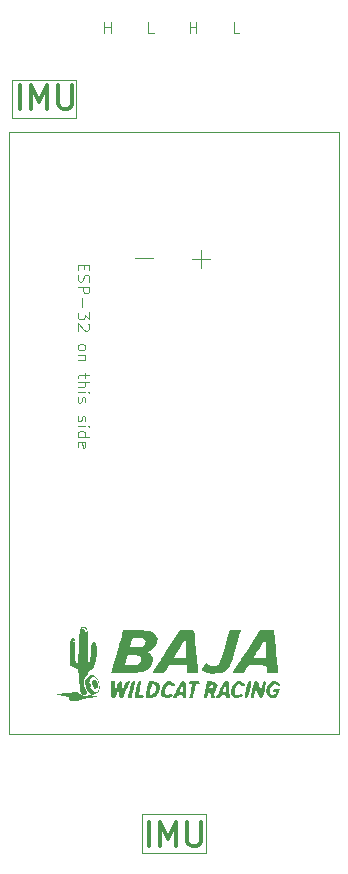
<source format=gbr>
%TF.GenerationSoftware,KiCad,Pcbnew,8.0.8-8.0.8-0~ubuntu24.04.1*%
%TF.CreationDate,2025-02-15T13:21:10-07:00*%
%TF.ProjectId,ESP32 IMU,45535033-3220-4494-9d55-2e6b69636164,rev?*%
%TF.SameCoordinates,Original*%
%TF.FileFunction,Legend,Top*%
%TF.FilePolarity,Positive*%
%FSLAX46Y46*%
G04 Gerber Fmt 4.6, Leading zero omitted, Abs format (unit mm)*
G04 Created by KiCad (PCBNEW 8.0.8-8.0.8-0~ubuntu24.04.1) date 2025-02-15 13:21:10*
%MOMM*%
%LPD*%
G01*
G04 APERTURE LIST*
%ADD10C,0.100000*%
%ADD11C,0.300000*%
%ADD12C,0.000000*%
G04 APERTURE END LIST*
D10*
X126794900Y-126750000D02*
X132205100Y-126750000D01*
X132205100Y-129975800D01*
X126794900Y-129975800D01*
X126794900Y-126750000D01*
X115794900Y-64524200D02*
X121205100Y-64524200D01*
X121205100Y-67750000D01*
X115794900Y-67750000D01*
X115794900Y-64524200D01*
X126215979Y-79636533D02*
X127739789Y-79636533D01*
X127780074Y-60622419D02*
X127303884Y-60622419D01*
X127303884Y-60622419D02*
X127303884Y-59622419D01*
X131041979Y-79738133D02*
X132565789Y-79738133D01*
X131803884Y-80500038D02*
X131803884Y-78976228D01*
X123553884Y-60622419D02*
X123553884Y-59622419D01*
X123553884Y-60098609D02*
X124125312Y-60098609D01*
X124125312Y-60622419D02*
X124125312Y-59622419D01*
X135030074Y-60622419D02*
X134553884Y-60622419D01*
X134553884Y-60622419D02*
X134553884Y-59622419D01*
X121851390Y-80203884D02*
X121851390Y-80537217D01*
X121327580Y-80680074D02*
X121327580Y-80203884D01*
X121327580Y-80203884D02*
X122327580Y-80203884D01*
X122327580Y-80203884D02*
X122327580Y-80680074D01*
X121375200Y-81061027D02*
X121327580Y-81203884D01*
X121327580Y-81203884D02*
X121327580Y-81441979D01*
X121327580Y-81441979D02*
X121375200Y-81537217D01*
X121375200Y-81537217D02*
X121422819Y-81584836D01*
X121422819Y-81584836D02*
X121518057Y-81632455D01*
X121518057Y-81632455D02*
X121613295Y-81632455D01*
X121613295Y-81632455D02*
X121708533Y-81584836D01*
X121708533Y-81584836D02*
X121756152Y-81537217D01*
X121756152Y-81537217D02*
X121803771Y-81441979D01*
X121803771Y-81441979D02*
X121851390Y-81251503D01*
X121851390Y-81251503D02*
X121899009Y-81156265D01*
X121899009Y-81156265D02*
X121946628Y-81108646D01*
X121946628Y-81108646D02*
X122041866Y-81061027D01*
X122041866Y-81061027D02*
X122137104Y-81061027D01*
X122137104Y-81061027D02*
X122232342Y-81108646D01*
X122232342Y-81108646D02*
X122279961Y-81156265D01*
X122279961Y-81156265D02*
X122327580Y-81251503D01*
X122327580Y-81251503D02*
X122327580Y-81489598D01*
X122327580Y-81489598D02*
X122279961Y-81632455D01*
X121327580Y-82061027D02*
X122327580Y-82061027D01*
X122327580Y-82061027D02*
X122327580Y-82441979D01*
X122327580Y-82441979D02*
X122279961Y-82537217D01*
X122279961Y-82537217D02*
X122232342Y-82584836D01*
X122232342Y-82584836D02*
X122137104Y-82632455D01*
X122137104Y-82632455D02*
X121994247Y-82632455D01*
X121994247Y-82632455D02*
X121899009Y-82584836D01*
X121899009Y-82584836D02*
X121851390Y-82537217D01*
X121851390Y-82537217D02*
X121803771Y-82441979D01*
X121803771Y-82441979D02*
X121803771Y-82061027D01*
X121708533Y-83061027D02*
X121708533Y-83822932D01*
X122327580Y-84203884D02*
X122327580Y-84822931D01*
X122327580Y-84822931D02*
X121946628Y-84489598D01*
X121946628Y-84489598D02*
X121946628Y-84632455D01*
X121946628Y-84632455D02*
X121899009Y-84727693D01*
X121899009Y-84727693D02*
X121851390Y-84775312D01*
X121851390Y-84775312D02*
X121756152Y-84822931D01*
X121756152Y-84822931D02*
X121518057Y-84822931D01*
X121518057Y-84822931D02*
X121422819Y-84775312D01*
X121422819Y-84775312D02*
X121375200Y-84727693D01*
X121375200Y-84727693D02*
X121327580Y-84632455D01*
X121327580Y-84632455D02*
X121327580Y-84346741D01*
X121327580Y-84346741D02*
X121375200Y-84251503D01*
X121375200Y-84251503D02*
X121422819Y-84203884D01*
X122232342Y-85203884D02*
X122279961Y-85251503D01*
X122279961Y-85251503D02*
X122327580Y-85346741D01*
X122327580Y-85346741D02*
X122327580Y-85584836D01*
X122327580Y-85584836D02*
X122279961Y-85680074D01*
X122279961Y-85680074D02*
X122232342Y-85727693D01*
X122232342Y-85727693D02*
X122137104Y-85775312D01*
X122137104Y-85775312D02*
X122041866Y-85775312D01*
X122041866Y-85775312D02*
X121899009Y-85727693D01*
X121899009Y-85727693D02*
X121327580Y-85156265D01*
X121327580Y-85156265D02*
X121327580Y-85775312D01*
X121327580Y-87108646D02*
X121375200Y-87013408D01*
X121375200Y-87013408D02*
X121422819Y-86965789D01*
X121422819Y-86965789D02*
X121518057Y-86918170D01*
X121518057Y-86918170D02*
X121803771Y-86918170D01*
X121803771Y-86918170D02*
X121899009Y-86965789D01*
X121899009Y-86965789D02*
X121946628Y-87013408D01*
X121946628Y-87013408D02*
X121994247Y-87108646D01*
X121994247Y-87108646D02*
X121994247Y-87251503D01*
X121994247Y-87251503D02*
X121946628Y-87346741D01*
X121946628Y-87346741D02*
X121899009Y-87394360D01*
X121899009Y-87394360D02*
X121803771Y-87441979D01*
X121803771Y-87441979D02*
X121518057Y-87441979D01*
X121518057Y-87441979D02*
X121422819Y-87394360D01*
X121422819Y-87394360D02*
X121375200Y-87346741D01*
X121375200Y-87346741D02*
X121327580Y-87251503D01*
X121327580Y-87251503D02*
X121327580Y-87108646D01*
X121994247Y-87870551D02*
X121327580Y-87870551D01*
X121899009Y-87870551D02*
X121946628Y-87918170D01*
X121946628Y-87918170D02*
X121994247Y-88013408D01*
X121994247Y-88013408D02*
X121994247Y-88156265D01*
X121994247Y-88156265D02*
X121946628Y-88251503D01*
X121946628Y-88251503D02*
X121851390Y-88299122D01*
X121851390Y-88299122D02*
X121327580Y-88299122D01*
X121994247Y-89394361D02*
X121994247Y-89775313D01*
X122327580Y-89537218D02*
X121470438Y-89537218D01*
X121470438Y-89537218D02*
X121375200Y-89584837D01*
X121375200Y-89584837D02*
X121327580Y-89680075D01*
X121327580Y-89680075D02*
X121327580Y-89775313D01*
X121327580Y-90108647D02*
X122327580Y-90108647D01*
X121327580Y-90537218D02*
X121851390Y-90537218D01*
X121851390Y-90537218D02*
X121946628Y-90489599D01*
X121946628Y-90489599D02*
X121994247Y-90394361D01*
X121994247Y-90394361D02*
X121994247Y-90251504D01*
X121994247Y-90251504D02*
X121946628Y-90156266D01*
X121946628Y-90156266D02*
X121899009Y-90108647D01*
X121327580Y-91013409D02*
X121994247Y-91013409D01*
X122327580Y-91013409D02*
X122279961Y-90965790D01*
X122279961Y-90965790D02*
X122232342Y-91013409D01*
X122232342Y-91013409D02*
X122279961Y-91061028D01*
X122279961Y-91061028D02*
X122327580Y-91013409D01*
X122327580Y-91013409D02*
X122232342Y-91013409D01*
X121375200Y-91441980D02*
X121327580Y-91537218D01*
X121327580Y-91537218D02*
X121327580Y-91727694D01*
X121327580Y-91727694D02*
X121375200Y-91822932D01*
X121375200Y-91822932D02*
X121470438Y-91870551D01*
X121470438Y-91870551D02*
X121518057Y-91870551D01*
X121518057Y-91870551D02*
X121613295Y-91822932D01*
X121613295Y-91822932D02*
X121660914Y-91727694D01*
X121660914Y-91727694D02*
X121660914Y-91584837D01*
X121660914Y-91584837D02*
X121708533Y-91489599D01*
X121708533Y-91489599D02*
X121803771Y-91441980D01*
X121803771Y-91441980D02*
X121851390Y-91441980D01*
X121851390Y-91441980D02*
X121946628Y-91489599D01*
X121946628Y-91489599D02*
X121994247Y-91584837D01*
X121994247Y-91584837D02*
X121994247Y-91727694D01*
X121994247Y-91727694D02*
X121946628Y-91822932D01*
X121375200Y-93013409D02*
X121327580Y-93108647D01*
X121327580Y-93108647D02*
X121327580Y-93299123D01*
X121327580Y-93299123D02*
X121375200Y-93394361D01*
X121375200Y-93394361D02*
X121470438Y-93441980D01*
X121470438Y-93441980D02*
X121518057Y-93441980D01*
X121518057Y-93441980D02*
X121613295Y-93394361D01*
X121613295Y-93394361D02*
X121660914Y-93299123D01*
X121660914Y-93299123D02*
X121660914Y-93156266D01*
X121660914Y-93156266D02*
X121708533Y-93061028D01*
X121708533Y-93061028D02*
X121803771Y-93013409D01*
X121803771Y-93013409D02*
X121851390Y-93013409D01*
X121851390Y-93013409D02*
X121946628Y-93061028D01*
X121946628Y-93061028D02*
X121994247Y-93156266D01*
X121994247Y-93156266D02*
X121994247Y-93299123D01*
X121994247Y-93299123D02*
X121946628Y-93394361D01*
X121327580Y-93870552D02*
X121994247Y-93870552D01*
X122327580Y-93870552D02*
X122279961Y-93822933D01*
X122279961Y-93822933D02*
X122232342Y-93870552D01*
X122232342Y-93870552D02*
X122279961Y-93918171D01*
X122279961Y-93918171D02*
X122327580Y-93870552D01*
X122327580Y-93870552D02*
X122232342Y-93870552D01*
X121327580Y-94775313D02*
X122327580Y-94775313D01*
X121375200Y-94775313D02*
X121327580Y-94680075D01*
X121327580Y-94680075D02*
X121327580Y-94489599D01*
X121327580Y-94489599D02*
X121375200Y-94394361D01*
X121375200Y-94394361D02*
X121422819Y-94346742D01*
X121422819Y-94346742D02*
X121518057Y-94299123D01*
X121518057Y-94299123D02*
X121803771Y-94299123D01*
X121803771Y-94299123D02*
X121899009Y-94346742D01*
X121899009Y-94346742D02*
X121946628Y-94394361D01*
X121946628Y-94394361D02*
X121994247Y-94489599D01*
X121994247Y-94489599D02*
X121994247Y-94680075D01*
X121994247Y-94680075D02*
X121946628Y-94775313D01*
X121375200Y-95632456D02*
X121327580Y-95537218D01*
X121327580Y-95537218D02*
X121327580Y-95346742D01*
X121327580Y-95346742D02*
X121375200Y-95251504D01*
X121375200Y-95251504D02*
X121470438Y-95203885D01*
X121470438Y-95203885D02*
X121851390Y-95203885D01*
X121851390Y-95203885D02*
X121946628Y-95251504D01*
X121946628Y-95251504D02*
X121994247Y-95346742D01*
X121994247Y-95346742D02*
X121994247Y-95537218D01*
X121994247Y-95537218D02*
X121946628Y-95632456D01*
X121946628Y-95632456D02*
X121851390Y-95680075D01*
X121851390Y-95680075D02*
X121756152Y-95680075D01*
X121756152Y-95680075D02*
X121660914Y-95203885D01*
D11*
X116468458Y-67013838D02*
X116468458Y-65013838D01*
X117420839Y-67013838D02*
X117420839Y-65013838D01*
X117420839Y-65013838D02*
X118087506Y-66442409D01*
X118087506Y-66442409D02*
X118754172Y-65013838D01*
X118754172Y-65013838D02*
X118754172Y-67013838D01*
X119706553Y-65013838D02*
X119706553Y-66632885D01*
X119706553Y-66632885D02*
X119801791Y-66823361D01*
X119801791Y-66823361D02*
X119897029Y-66918600D01*
X119897029Y-66918600D02*
X120087505Y-67013838D01*
X120087505Y-67013838D02*
X120468458Y-67013838D01*
X120468458Y-67013838D02*
X120658934Y-66918600D01*
X120658934Y-66918600D02*
X120754172Y-66823361D01*
X120754172Y-66823361D02*
X120849410Y-66632885D01*
X120849410Y-66632885D02*
X120849410Y-65013838D01*
D10*
X130803884Y-60622419D02*
X130803884Y-59622419D01*
X130803884Y-60098609D02*
X131375312Y-60098609D01*
X131375312Y-60622419D02*
X131375312Y-59622419D01*
D11*
X127379558Y-129410638D02*
X127379558Y-127410638D01*
X128331939Y-129410638D02*
X128331939Y-127410638D01*
X128331939Y-127410638D02*
X128998606Y-128839209D01*
X128998606Y-128839209D02*
X129665272Y-127410638D01*
X129665272Y-127410638D02*
X129665272Y-129410638D01*
X130617653Y-127410638D02*
X130617653Y-129029685D01*
X130617653Y-129029685D02*
X130712891Y-129220161D01*
X130712891Y-129220161D02*
X130808129Y-129315400D01*
X130808129Y-129315400D02*
X130998605Y-129410638D01*
X130998605Y-129410638D02*
X131379558Y-129410638D01*
X131379558Y-129410638D02*
X131570034Y-129315400D01*
X131570034Y-129315400D02*
X131665272Y-129220161D01*
X131665272Y-129220161D02*
X131760510Y-129029685D01*
X131760510Y-129029685D02*
X131760510Y-127410638D01*
D12*
%TO.C,G\u002A\u002A\u002A*%
G36*
X122849652Y-115386464D02*
G01*
X122952118Y-115527298D01*
X123018304Y-115710629D01*
X123027709Y-115894405D01*
X123021552Y-115925236D01*
X122947244Y-116061477D01*
X122836831Y-116089719D01*
X122715052Y-116013076D01*
X122624596Y-115875262D01*
X122560159Y-115666250D01*
X122565658Y-115485397D01*
X122634994Y-115363829D01*
X122731409Y-115330174D01*
X122849652Y-115386464D01*
G37*
G36*
X135957772Y-115460167D02*
G01*
X136000893Y-115483375D01*
X136016623Y-115546401D01*
X136004794Y-115669164D01*
X135965236Y-115871582D01*
X135897780Y-116173575D01*
X135880710Y-116248628D01*
X135811382Y-116539312D01*
X135755864Y-116727888D01*
X135704498Y-116836742D01*
X135647628Y-116888258D01*
X135598720Y-116902286D01*
X135487800Y-116887686D01*
X135460848Y-116840987D01*
X135473704Y-116747978D01*
X135508416Y-116561267D01*
X135559204Y-116310781D01*
X135602392Y-116108152D01*
X135668095Y-115816411D01*
X135719312Y-115627234D01*
X135765593Y-115518802D01*
X135816485Y-115469297D01*
X135881539Y-115456900D01*
X135887429Y-115456858D01*
X135957772Y-115460167D01*
G37*
G36*
X126177322Y-115477591D02*
G01*
X126191738Y-115553555D01*
X126187817Y-115567706D01*
X126160754Y-115672660D01*
X126116800Y-115859133D01*
X126063203Y-116094470D01*
X126007209Y-116346015D01*
X125956066Y-116581116D01*
X125917021Y-116767117D01*
X125897322Y-116871364D01*
X125896260Y-116881374D01*
X125841788Y-116905475D01*
X125733637Y-116913716D01*
X125616641Y-116893443D01*
X125598012Y-116819312D01*
X125602080Y-116802868D01*
X125628619Y-116695621D01*
X125674686Y-116497498D01*
X125732705Y-116241373D01*
X125769902Y-116074439D01*
X125834346Y-115792866D01*
X125884311Y-115612884D01*
X125930543Y-115511936D01*
X125983785Y-115467465D01*
X126054783Y-115456916D01*
X126064082Y-115456858D01*
X126177322Y-115477591D01*
G37*
G36*
X126653362Y-115462554D02*
G01*
X126696825Y-115494190D01*
X126707361Y-115573590D01*
X126685737Y-115722575D01*
X126632717Y-115962970D01*
X126598979Y-116106110D01*
X126482584Y-116597007D01*
X126696155Y-116597007D01*
X126842541Y-116609929D01*
X126900974Y-116667304D01*
X126909726Y-116755361D01*
X126901679Y-116843123D01*
X126857707Y-116890506D01*
X126748062Y-116909904D01*
X126542997Y-116913712D01*
X126529676Y-116913716D01*
X126287307Y-116901845D01*
X126166002Y-116865773D01*
X126149626Y-116836581D01*
X126162463Y-116745507D01*
X126197129Y-116560476D01*
X126247856Y-116311170D01*
X126291170Y-116108152D01*
X126356873Y-115816411D01*
X126408090Y-115627234D01*
X126454371Y-115518802D01*
X126505263Y-115469297D01*
X126570317Y-115456900D01*
X126576207Y-115456858D01*
X126653362Y-115462554D01*
G37*
G36*
X129355407Y-115513633D02*
G01*
X129443392Y-115583541D01*
X129547560Y-115735184D01*
X129550654Y-115849614D01*
X129474880Y-115902403D01*
X129342443Y-115869121D01*
X129247058Y-115799528D01*
X129098141Y-115727697D01*
X128954755Y-115776957D01*
X128827040Y-115941798D01*
X128776174Y-116055366D01*
X128715237Y-116300847D01*
X128729779Y-116490533D01*
X128809125Y-116607390D01*
X128942601Y-116634384D01*
X129098129Y-116569119D01*
X129211454Y-116509435D01*
X129284349Y-116531512D01*
X129324681Y-116574942D01*
X129368261Y-116659187D01*
X129322552Y-116739776D01*
X129260131Y-116794292D01*
X129049326Y-116894385D01*
X128813944Y-116900905D01*
X128604556Y-116814512D01*
X128569319Y-116785279D01*
X128428107Y-116593057D01*
X128386300Y-116358739D01*
X128430330Y-116088771D01*
X128547546Y-115816995D01*
X128721576Y-115612165D01*
X128929506Y-115485709D01*
X129148421Y-115449056D01*
X129355407Y-115513633D01*
G37*
G36*
X131455012Y-115460389D02*
G01*
X131586365Y-115476268D01*
X131645695Y-115512426D01*
X131660296Y-115576793D01*
X131660350Y-115583541D01*
X131622098Y-115683843D01*
X131506264Y-115710224D01*
X131432972Y-115713375D01*
X131379725Y-115736870D01*
X131336976Y-115801777D01*
X131295178Y-115929164D01*
X131244782Y-116140095D01*
X131183314Y-116422818D01*
X131126885Y-116669055D01*
X131079861Y-116815891D01*
X131028931Y-116888555D01*
X130960786Y-116912278D01*
X130924355Y-116913716D01*
X130813600Y-116893279D01*
X130796567Y-116808646D01*
X130803985Y-116771197D01*
X130894675Y-116375710D01*
X130959176Y-116089808D01*
X131000488Y-115899800D01*
X131021610Y-115791995D01*
X131025997Y-115757730D01*
X130972666Y-115721517D01*
X130874509Y-115710224D01*
X130764316Y-115689117D01*
X130749775Y-115606875D01*
X130755213Y-115583541D01*
X130787817Y-115515898D01*
X130860819Y-115477535D01*
X131003640Y-115460508D01*
X131224346Y-115456858D01*
X131455012Y-115460389D01*
G37*
G36*
X135205096Y-115492300D02*
G01*
X135356917Y-115579925D01*
X135468548Y-115691676D01*
X135506446Y-115799500D01*
X135495417Y-115832218D01*
X135396028Y-115894352D01*
X135269040Y-115882874D01*
X135184576Y-115805237D01*
X135100219Y-115717430D01*
X134974280Y-115724556D01*
X134838520Y-115818257D01*
X134763396Y-115916085D01*
X134670025Y-116135006D01*
X134641540Y-116353717D01*
X134680018Y-116530775D01*
X134729380Y-116594485D01*
X134842465Y-116634712D01*
X134973941Y-116621813D01*
X135066737Y-116566721D01*
X135080798Y-116527169D01*
X135125728Y-116501538D01*
X135205123Y-116532403D01*
X135293289Y-116624702D01*
X135264332Y-116730865D01*
X135123867Y-116833372D01*
X135106004Y-116841794D01*
X134839435Y-116909628D01*
X134606387Y-116856038D01*
X134476174Y-116758241D01*
X134350908Y-116552172D01*
X134319253Y-116305500D01*
X134368684Y-116046792D01*
X134486681Y-115804615D01*
X134660720Y-115607537D01*
X134878280Y-115484126D01*
X135046628Y-115456858D01*
X135205096Y-115492300D01*
G37*
G36*
X127975056Y-115501421D02*
G01*
X128177429Y-115632283D01*
X128285523Y-115845199D01*
X128303144Y-116008218D01*
X128247337Y-116342767D01*
X128089807Y-116612710D01*
X127844941Y-116804103D01*
X127527127Y-116902999D01*
X127368953Y-116913617D01*
X127193751Y-116902678D01*
X127114195Y-116861540D01*
X127099392Y-116802868D01*
X127112518Y-116695842D01*
X127144865Y-116516204D01*
X127433913Y-116516204D01*
X127444479Y-116587209D01*
X127529849Y-116603361D01*
X127654426Y-116571932D01*
X127782609Y-116500198D01*
X127855253Y-116430111D01*
X127954477Y-116240956D01*
X127985750Y-116039455D01*
X127948515Y-115867257D01*
X127864015Y-115775794D01*
X127736988Y-115722621D01*
X127653865Y-115741367D01*
X127595221Y-115849848D01*
X127541636Y-116065878D01*
X127540193Y-116072813D01*
X127494047Y-116283908D01*
X127453644Y-116449647D01*
X127433913Y-116516204D01*
X127144865Y-116516204D01*
X127148116Y-116498149D01*
X127200022Y-116242524D01*
X127236546Y-116074439D01*
X127374058Y-115456858D01*
X127683175Y-115456858D01*
X127975056Y-115501421D01*
G37*
G36*
X121345947Y-116402296D02*
G01*
X121418434Y-116422053D01*
X121445154Y-116453547D01*
X121518528Y-116533546D01*
X121663031Y-116631410D01*
X121723672Y-116664410D01*
X121885997Y-116739091D01*
X121990873Y-116753137D01*
X122089953Y-116710302D01*
X122117041Y-116693004D01*
X122255371Y-116631889D01*
X122407855Y-116647756D01*
X122466389Y-116666556D01*
X122659112Y-116704340D01*
X122831507Y-116695843D01*
X122950525Y-116683125D01*
X122969132Y-116732256D01*
X122903991Y-116761441D01*
X122737934Y-116806111D01*
X122495119Y-116861618D01*
X122199703Y-116923312D01*
X121875844Y-116986546D01*
X121547700Y-117046670D01*
X121239427Y-117099035D01*
X120975184Y-117138994D01*
X120779128Y-117161897D01*
X120718080Y-117165433D01*
X120660116Y-117111051D01*
X120638903Y-116981548D01*
X120630182Y-116875834D01*
X120584171Y-116811557D01*
X120471100Y-116767868D01*
X120274689Y-116726489D01*
X120036477Y-116677714D01*
X119819257Y-116627779D01*
X119720449Y-116601781D01*
X119530424Y-116546598D01*
X119720449Y-116536449D01*
X119858300Y-116525849D01*
X120088728Y-116504754D01*
X120378367Y-116476328D01*
X120661407Y-116447166D01*
X120987874Y-116415019D01*
X121209240Y-116400007D01*
X121345947Y-116402296D01*
G37*
G36*
X138207495Y-115492935D02*
G01*
X138375410Y-115583063D01*
X138483010Y-115700087D01*
X138501247Y-115766789D01*
X138451670Y-115843228D01*
X138337711Y-115864441D01*
X138211533Y-115824864D01*
X138179918Y-115801055D01*
X138028503Y-115730662D01*
X137877139Y-115779111D01*
X137742338Y-115939636D01*
X137715589Y-115991327D01*
X137639537Y-116221473D01*
X137630229Y-116422378D01*
X137676953Y-116574111D01*
X137768995Y-116656737D01*
X137895641Y-116650323D01*
X138021661Y-116560812D01*
X138111341Y-116437080D01*
X138088575Y-116362850D01*
X137989870Y-116343641D01*
X137888897Y-116309520D01*
X137879568Y-116232793D01*
X137943683Y-116161780D01*
X138075882Y-116112808D01*
X138231617Y-116091225D01*
X138366340Y-116102378D01*
X138435500Y-116151615D01*
X138437552Y-116165809D01*
X138405842Y-116372543D01*
X138327210Y-116589370D01*
X138224056Y-116762192D01*
X138167983Y-116816836D01*
X137961031Y-116899870D01*
X137731289Y-116901880D01*
X137533045Y-116825121D01*
X137489392Y-116788643D01*
X137357929Y-116577212D01*
X137318562Y-116324919D01*
X137359741Y-116060680D01*
X137469916Y-115813412D01*
X137637538Y-115612034D01*
X137851057Y-115485463D01*
X138021312Y-115456858D01*
X138207495Y-115492935D01*
G37*
G36*
X134020255Y-115461094D02*
G01*
X134075902Y-115490704D01*
X134109440Y-115571035D01*
X134131580Y-115727438D01*
X134152577Y-115979426D01*
X134179115Y-116342223D01*
X134191882Y-116597467D01*
X134189332Y-116763698D01*
X134169920Y-116859457D01*
X134132102Y-116903283D01*
X134074720Y-116913716D01*
X133963260Y-116860216D01*
X133922296Y-116787032D01*
X133860142Y-116693914D01*
X133718542Y-116661192D01*
X133676778Y-116660349D01*
X133476818Y-116701378D01*
X133385274Y-116787032D01*
X133299995Y-116863591D01*
X133184156Y-116911837D01*
X133086407Y-116917976D01*
X133053866Y-116880990D01*
X133080670Y-116814998D01*
X133153762Y-116658936D01*
X133262158Y-116435732D01*
X133304179Y-116351063D01*
X133636469Y-116351063D01*
X133699482Y-116402436D01*
X133750624Y-116406982D01*
X133827915Y-116389735D01*
X133864952Y-116316822D01*
X133874827Y-116156490D01*
X133874652Y-116106110D01*
X133871997Y-115805237D01*
X133750624Y-116026932D01*
X133653516Y-116230771D01*
X133636469Y-116351063D01*
X133304179Y-116351063D01*
X133394876Y-116168316D01*
X133402774Y-116152561D01*
X133551753Y-115859899D01*
X133660391Y-115662891D01*
X133742897Y-115542850D01*
X133813479Y-115481094D01*
X133886344Y-115458936D01*
X133931790Y-115456858D01*
X134020255Y-115461094D01*
G37*
G36*
X134898150Y-111151721D02*
G01*
X135065337Y-111157262D01*
X135142270Y-111165129D01*
X135144140Y-111166644D01*
X135127466Y-111229681D01*
X135080685Y-111397311D01*
X135008653Y-111652368D01*
X134916231Y-111977683D01*
X134808276Y-112356089D01*
X134738362Y-112600451D01*
X134582521Y-113132819D01*
X134448838Y-113557019D01*
X134329880Y-113888063D01*
X134218217Y-114140961D01*
X134106415Y-114330724D01*
X133987042Y-114472365D01*
X133852667Y-114580894D01*
X133718953Y-114659446D01*
X133456025Y-114750201D01*
X133117854Y-114802140D01*
X132750230Y-114813864D01*
X132398940Y-114783978D01*
X132109773Y-114711085D01*
X132103741Y-114708702D01*
X131916407Y-114615394D01*
X131838881Y-114514133D01*
X131866817Y-114380738D01*
X131995866Y-114191029D01*
X132007933Y-114175820D01*
X132181857Y-113957847D01*
X132412001Y-114077931D01*
X132687388Y-114164257D01*
X132965738Y-114154053D01*
X133207034Y-114051420D01*
X133280828Y-113988895D01*
X133370625Y-113847107D01*
X133478204Y-113585965D01*
X133604411Y-113203245D01*
X133686906Y-112923192D01*
X133791264Y-112557909D01*
X133895130Y-112195829D01*
X133988072Y-111873224D01*
X134059658Y-111626365D01*
X134074036Y-111577182D01*
X134199380Y-111149626D01*
X134671760Y-111149626D01*
X134898150Y-111151721D01*
G37*
G36*
X132894099Y-115498215D02*
G01*
X133083145Y-115610966D01*
X133173425Y-115778130D01*
X133155549Y-115982728D01*
X133026619Y-116200148D01*
X132925582Y-116350187D01*
X132896407Y-116505876D01*
X132908276Y-116648399D01*
X132924104Y-116815560D01*
X132902887Y-116892472D01*
X132831572Y-116913277D01*
X132806851Y-116913716D01*
X132716757Y-116902912D01*
X132660095Y-116849956D01*
X132616109Y-116724027D01*
X132582887Y-116581172D01*
X132524409Y-116439744D01*
X132449901Y-116413998D01*
X132378440Y-116497896D01*
X132332784Y-116660349D01*
X132287711Y-116834899D01*
X132217174Y-116907642D01*
X132176891Y-116913716D01*
X132059293Y-116895195D01*
X132023650Y-116875852D01*
X132003638Y-116788899D01*
X132008833Y-116765004D01*
X132031644Y-116674952D01*
X132074387Y-116491645D01*
X132130025Y-116245607D01*
X132168023Y-116074439D01*
X132188040Y-115983634D01*
X132484761Y-115983634D01*
X132514568Y-116066056D01*
X132626184Y-116081717D01*
X132657980Y-116078646D01*
X132788545Y-116038213D01*
X132831059Y-115935394D01*
X132832170Y-115901117D01*
X132789799Y-115761824D01*
X132713077Y-115720695D01*
X132579793Y-115748595D01*
X132499208Y-115875276D01*
X132484761Y-115983634D01*
X132188040Y-115983634D01*
X132304165Y-115456858D01*
X132615674Y-115456858D01*
X132894099Y-115498215D01*
G37*
G36*
X136519941Y-115473388D02*
G01*
X136583573Y-115540112D01*
X136644939Y-115682729D01*
X136707912Y-115884414D01*
X136833036Y-116311970D01*
X136926971Y-115900249D01*
X136986169Y-115671561D01*
X137042690Y-115540953D01*
X137111274Y-115481026D01*
X137159331Y-115468288D01*
X137233310Y-115466029D01*
X137276722Y-115497477D01*
X137289397Y-115580839D01*
X137271162Y-115734318D01*
X137221847Y-115976121D01*
X137151692Y-116280299D01*
X137081666Y-116562673D01*
X137025217Y-116743494D01*
X136972052Y-116845621D01*
X136911875Y-116891914D01*
X136871774Y-116901901D01*
X136789399Y-116896721D01*
X136728109Y-116835418D01*
X136669708Y-116692006D01*
X136627850Y-116553521D01*
X136551761Y-116300162D01*
X136496906Y-116166361D01*
X136452837Y-116149017D01*
X136409105Y-116245031D01*
X136355263Y-116451303D01*
X136350502Y-116471231D01*
X136289471Y-116698643D01*
X136232101Y-116828492D01*
X136162959Y-116888447D01*
X136110100Y-116902286D01*
X135999437Y-116904345D01*
X135967581Y-116885780D01*
X135980669Y-116808443D01*
X136015105Y-116640410D01*
X136063653Y-116414399D01*
X136119075Y-116163129D01*
X136174135Y-115919319D01*
X136221594Y-115715687D01*
X136254215Y-115584953D01*
X136259139Y-115567706D01*
X136343921Y-115477923D01*
X136437807Y-115456858D01*
X136519941Y-115473388D01*
G37*
G36*
X130354643Y-115461107D02*
G01*
X130408252Y-115490275D01*
X130441187Y-115568989D01*
X130463014Y-115721880D01*
X130483299Y-115973576D01*
X130486048Y-116011097D01*
X130506080Y-116283217D01*
X130523968Y-116523392D01*
X130536689Y-116691114D01*
X130539240Y-116723691D01*
X130519935Y-116850691D01*
X130416230Y-116901256D01*
X130409352Y-116902286D01*
X130297774Y-116890286D01*
X130266836Y-116792935D01*
X130266833Y-116791438D01*
X130246616Y-116705406D01*
X130163362Y-116667712D01*
X130017735Y-116660349D01*
X129841299Y-116676609D01*
X129751921Y-116736097D01*
X129728429Y-116787032D01*
X129635414Y-116893488D01*
X129534136Y-116913716D01*
X129417047Y-116899876D01*
X129380050Y-116874370D01*
X129407659Y-116806122D01*
X129482929Y-116648830D01*
X129594523Y-116425558D01*
X129619647Y-116376593D01*
X129950125Y-116376593D01*
X130000272Y-116404116D01*
X130106475Y-116403165D01*
X130202375Y-116377878D01*
X130224602Y-116359476D01*
X130233043Y-116271944D01*
X130218910Y-116112313D01*
X130210704Y-116058603D01*
X130168219Y-115805237D01*
X130059172Y-116075721D01*
X129994139Y-116243066D01*
X129955129Y-116355100D01*
X129950125Y-116376593D01*
X129619647Y-116376593D01*
X129731106Y-116159368D01*
X129738079Y-116145941D01*
X129891775Y-115854899D01*
X130004062Y-115659122D01*
X130089247Y-115540101D01*
X130161639Y-115479327D01*
X130235547Y-115458294D01*
X130270797Y-115456858D01*
X130354643Y-115461107D01*
G37*
G36*
X122803441Y-115064439D02*
G01*
X122867941Y-115124314D01*
X123042033Y-115342816D01*
X123148656Y-115543801D01*
X123172569Y-115656140D01*
X123147997Y-115652915D01*
X123084904Y-115557717D01*
X123030050Y-115455688D01*
X122882489Y-115234224D01*
X122731488Y-115139083D01*
X122578950Y-115147257D01*
X122452654Y-115220507D01*
X122393586Y-115328987D01*
X122399640Y-115380724D01*
X122377792Y-115478800D01*
X122309566Y-115555069D01*
X122240647Y-115616623D01*
X122276105Y-115617452D01*
X122293297Y-115611785D01*
X122380295Y-115633497D01*
X122438207Y-115730203D01*
X122448020Y-115850616D01*
X122410395Y-115927660D01*
X122351944Y-116022723D01*
X122405180Y-116066970D01*
X122455588Y-116067401D01*
X122555616Y-116115999D01*
X122607628Y-116216957D01*
X122643056Y-116311557D01*
X122661536Y-116311970D01*
X122698556Y-116305729D01*
X122762863Y-116371583D01*
X122831384Y-116437605D01*
X122855861Y-116419089D01*
X122906817Y-116351865D01*
X122948956Y-116343641D01*
X123025520Y-116286062D01*
X123107383Y-116132102D01*
X123139927Y-116042768D01*
X123237803Y-115741895D01*
X123210378Y-116017323D01*
X123134779Y-116290842D01*
X122985184Y-116484979D01*
X122784895Y-116589105D01*
X122557215Y-116592591D01*
X122325446Y-116484809D01*
X122274955Y-116443995D01*
X122113289Y-116233518D01*
X121998064Y-115952264D01*
X121947388Y-115652928D01*
X121952723Y-115506297D01*
X122033142Y-115251405D01*
X122184428Y-115068919D01*
X122380577Y-114969694D01*
X122595583Y-114964583D01*
X122803441Y-115064439D01*
G37*
G36*
X138113508Y-112685661D02*
G01*
X138155530Y-113129912D01*
X138195737Y-113546652D01*
X138232009Y-113914537D01*
X138262223Y-114212219D01*
X138284259Y-114418353D01*
X138292894Y-114490898D01*
X138328442Y-114760100D01*
X137844770Y-114760100D01*
X137361098Y-114760100D01*
X137361098Y-114543584D01*
X137357564Y-114372839D01*
X137333367Y-114256555D01*
X137268106Y-114184323D01*
X137141385Y-114145731D01*
X136932805Y-114130370D01*
X136621970Y-114127828D01*
X136546715Y-114127940D01*
X135809227Y-114129197D01*
X135621947Y-114444648D01*
X135434666Y-114760100D01*
X134941024Y-114760100D01*
X134709061Y-114756339D01*
X134535620Y-114746364D01*
X134451072Y-114732135D01*
X134447382Y-114728244D01*
X134481254Y-114669866D01*
X134577441Y-114518640D01*
X134727800Y-114287001D01*
X134924191Y-113987385D01*
X135158469Y-113632226D01*
X135283491Y-113443637D01*
X136231505Y-113443637D01*
X136280068Y-113465880D01*
X136427833Y-113482967D01*
X136647341Y-113492292D01*
X136754074Y-113493267D01*
X137297756Y-113493267D01*
X137289888Y-113097381D01*
X137278865Y-112806595D01*
X137258843Y-112478312D01*
X137242382Y-112275399D01*
X137202744Y-111849302D01*
X136727681Y-112621655D01*
X136556261Y-112901367D01*
X136409305Y-113143086D01*
X136299323Y-113326089D01*
X136238823Y-113429652D01*
X136231505Y-113443637D01*
X135283491Y-113443637D01*
X135422494Y-113233960D01*
X135629432Y-112923007D01*
X136811483Y-111149626D01*
X137390577Y-111149626D01*
X137969670Y-111149626D01*
X138113508Y-112685661D01*
G37*
G36*
X124471073Y-115900249D02*
G01*
X124453413Y-116118165D01*
X124448645Y-116276389D01*
X124457630Y-116343195D01*
X124459047Y-116343641D01*
X124495967Y-116289190D01*
X124563962Y-116145188D01*
X124649517Y-115940661D01*
X124665507Y-115900249D01*
X124772812Y-115652049D01*
X124861172Y-115510218D01*
X124941557Y-115458024D01*
X124956142Y-115456858D01*
X125017055Y-115471561D01*
X125052783Y-115533105D01*
X125070160Y-115667645D01*
X125076019Y-115901333D01*
X125076133Y-115916085D01*
X125079447Y-116375312D01*
X125258563Y-115931920D01*
X125359143Y-115698504D01*
X125439658Y-115560187D01*
X125519042Y-115491538D01*
X125603627Y-115468486D01*
X125725830Y-115463558D01*
X125769576Y-115478675D01*
X125745016Y-115544866D01*
X125678162Y-115702644D01*
X125579254Y-115928320D01*
X125459761Y-116195476D01*
X125322822Y-116492022D01*
X125221326Y-116690145D01*
X125142694Y-116808649D01*
X125074347Y-116866341D01*
X125003708Y-116882025D01*
X125000534Y-116882045D01*
X124919881Y-116874069D01*
X124876358Y-116830947D01*
X124860151Y-116723882D01*
X124861445Y-116524080D01*
X124862732Y-116477717D01*
X124863452Y-116260122D01*
X124846317Y-116156251D01*
X124805976Y-116167768D01*
X124737077Y-116296338D01*
X124634270Y-116543624D01*
X124631947Y-116549501D01*
X124541583Y-116756742D01*
X124464834Y-116868338D01*
X124380514Y-116910452D01*
X124337033Y-116913716D01*
X124272295Y-116909846D01*
X124229346Y-116883861D01*
X124203717Y-116814192D01*
X124190935Y-116679271D01*
X124186531Y-116457532D01*
X124186035Y-116185287D01*
X124186035Y-115456858D01*
X124350818Y-115456858D01*
X124515601Y-115456858D01*
X124471073Y-115900249D01*
G37*
G36*
X130901583Y-111151158D02*
G01*
X131074980Y-111159593D01*
X131169565Y-111180684D01*
X131209274Y-111220187D01*
X131218040Y-111283857D01*
X131218139Y-111292144D01*
X131224665Y-111393167D01*
X131242370Y-111601067D01*
X131269472Y-111896701D01*
X131304188Y-112260927D01*
X131344735Y-112674603D01*
X131375954Y-112986533D01*
X131419428Y-113421410D01*
X131458310Y-113818321D01*
X131490838Y-114158610D01*
X131515248Y-114423623D01*
X131529776Y-114594704D01*
X131533127Y-114649252D01*
X131517342Y-114706428D01*
X131452378Y-114740009D01*
X131312856Y-114755921D01*
X131073398Y-114760093D01*
X131058604Y-114760100D01*
X130583542Y-114760100D01*
X130583542Y-114443391D01*
X130583542Y-114126683D01*
X129820825Y-114126683D01*
X129058109Y-114126683D01*
X128861233Y-114443391D01*
X128664356Y-114760100D01*
X128167091Y-114760100D01*
X127934190Y-114756365D01*
X127759699Y-114746455D01*
X127673881Y-114732307D01*
X127669826Y-114728244D01*
X127703698Y-114669866D01*
X127799884Y-114518640D01*
X127950244Y-114287001D01*
X128146635Y-113987385D01*
X128380913Y-113632226D01*
X128504528Y-113445760D01*
X129463460Y-113445760D01*
X129508988Y-113467053D01*
X129654129Y-113483411D01*
X129871836Y-113492335D01*
X129978058Y-113493267D01*
X130520200Y-113493267D01*
X130514651Y-113002369D01*
X130506078Y-112711078D01*
X130488956Y-112420448D01*
X130467145Y-112194763D01*
X130425187Y-111878055D01*
X129958096Y-112638154D01*
X129787752Y-112915539D01*
X129641174Y-113154563D01*
X129531154Y-113334345D01*
X129470480Y-113434004D01*
X129463460Y-113445760D01*
X128504528Y-113445760D01*
X128644938Y-113233960D01*
X128851876Y-112923007D01*
X130033927Y-111149626D01*
X130625442Y-111149626D01*
X130901583Y-111151158D01*
G37*
G36*
X126263156Y-111151017D02*
G01*
X126749843Y-111157528D01*
X127128201Y-111178782D01*
X127416186Y-111219514D01*
X127631759Y-111284462D01*
X127792876Y-111378363D01*
X127917496Y-111505953D01*
X127984989Y-111605170D01*
X128090960Y-111887649D01*
X128081372Y-112175236D01*
X127964864Y-112448083D01*
X127750077Y-112686341D01*
X127445651Y-112870162D01*
X127431719Y-112876107D01*
X127226187Y-112962527D01*
X127413799Y-113101235D01*
X127568011Y-113269075D01*
X127673891Y-113481869D01*
X127674464Y-113483769D01*
X127696844Y-113765884D01*
X127610136Y-114049880D01*
X127429595Y-114313400D01*
X127170476Y-114534088D01*
X126852768Y-114688010D01*
X126738460Y-114707173D01*
X126531235Y-114724030D01*
X126253544Y-114738271D01*
X125927836Y-114749583D01*
X125576562Y-114757655D01*
X125222172Y-114762175D01*
X124887116Y-114762831D01*
X124593844Y-114759311D01*
X124364806Y-114751304D01*
X124222453Y-114738497D01*
X124186035Y-114725042D01*
X124202689Y-114657677D01*
X124249114Y-114487264D01*
X124320009Y-114232486D01*
X124363096Y-114079177D01*
X125327045Y-114079177D01*
X125383520Y-114110638D01*
X125532001Y-114126699D01*
X125738923Y-114128694D01*
X125970719Y-114117961D01*
X126193822Y-114095834D01*
X126374667Y-114063650D01*
X126461804Y-114034013D01*
X126625031Y-113914844D01*
X126703343Y-113750558D01*
X126719701Y-113559112D01*
X126671200Y-113403185D01*
X126521896Y-113302173D01*
X126266087Y-113253782D01*
X125957883Y-113252438D01*
X125554932Y-113271571D01*
X125441419Y-113651621D01*
X125381846Y-113857729D01*
X125340419Y-114013745D01*
X125327045Y-114079177D01*
X124363096Y-114079177D01*
X124410073Y-113912028D01*
X124514004Y-113544572D01*
X124626501Y-113148802D01*
X124742261Y-112743401D01*
X124793984Y-112563133D01*
X125769576Y-112563133D01*
X125826540Y-112593608D01*
X125974416Y-112607934D01*
X126178681Y-112607700D01*
X126404812Y-112594492D01*
X126618285Y-112569900D01*
X126784576Y-112535510D01*
X126841854Y-112513814D01*
X126981080Y-112417257D01*
X127060404Y-112318608D01*
X127100677Y-112101398D01*
X127031387Y-111941427D01*
X126850887Y-111837363D01*
X126557528Y-111787874D01*
X126397246Y-111783042D01*
X125976295Y-111783042D01*
X125872936Y-112151412D01*
X125817985Y-112353934D01*
X125780499Y-112504866D01*
X125769576Y-112563133D01*
X124793984Y-112563133D01*
X124855983Y-112347052D01*
X124962365Y-111978440D01*
X125056106Y-111656247D01*
X125079283Y-111577182D01*
X125204866Y-111149626D01*
X126263156Y-111151017D01*
G37*
G36*
X121947678Y-110877557D02*
G01*
X122084720Y-110979519D01*
X122128876Y-111031406D01*
X122162458Y-111092011D01*
X122186941Y-111178208D01*
X122203799Y-111306871D01*
X122214506Y-111494874D01*
X122220536Y-111759091D01*
X122223365Y-112116395D01*
X122224459Y-112578895D01*
X122225989Y-113046306D01*
X122229692Y-113400064D01*
X122236437Y-113653190D01*
X122247091Y-113818707D01*
X122262524Y-113909639D01*
X122283603Y-113939008D01*
X122311197Y-113919836D01*
X122313659Y-113916665D01*
X122360422Y-113792825D01*
X122401801Y-113562149D01*
X122434561Y-113244465D01*
X122442868Y-113124894D01*
X122470557Y-112742807D01*
X122501866Y-112469552D01*
X122541384Y-112288185D01*
X122742227Y-112288185D01*
X122755625Y-112353117D01*
X122774204Y-112491564D01*
X122791182Y-112712852D01*
X122803326Y-112973147D01*
X122804679Y-113018204D01*
X122818570Y-113524937D01*
X122839699Y-112969511D01*
X122842224Y-112669245D01*
X122826194Y-112440430D01*
X122793546Y-112309332D01*
X122790644Y-112304424D01*
X122744033Y-112242854D01*
X122742227Y-112288185D01*
X122541384Y-112288185D01*
X122541581Y-112287280D01*
X122594489Y-112178146D01*
X122665375Y-112124303D01*
X122714587Y-112111667D01*
X122839093Y-112149781D01*
X122922061Y-112305420D01*
X122963036Y-112576275D01*
X122961566Y-112960037D01*
X122938955Y-113255543D01*
X122886204Y-113681496D01*
X122818308Y-113998753D01*
X122728121Y-114225051D01*
X122608500Y-114378122D01*
X122452300Y-114475704D01*
X122446420Y-114478192D01*
X122288799Y-114566795D01*
X122227035Y-114675089D01*
X122222444Y-114731267D01*
X122189296Y-114865583D01*
X122128988Y-114926621D01*
X122018891Y-115024281D01*
X121921314Y-115202933D01*
X121856835Y-115417146D01*
X121842394Y-115559388D01*
X121866118Y-115770569D01*
X121927263Y-116009891D01*
X122010792Y-116233538D01*
X122101668Y-116397697D01*
X122146187Y-116444534D01*
X122206209Y-116506366D01*
X122162565Y-116559526D01*
X122111341Y-116588669D01*
X121928526Y-116653309D01*
X121770994Y-116614930D01*
X121675207Y-116548093D01*
X121622317Y-116494480D01*
X121582040Y-116417636D01*
X121550467Y-116296977D01*
X121523687Y-116111920D01*
X121497792Y-115841882D01*
X121468871Y-115466281D01*
X121468341Y-115459020D01*
X121440920Y-115119161D01*
X121412129Y-114824942D01*
X121384592Y-114599106D01*
X121360934Y-114464402D01*
X121350491Y-114437370D01*
X121264433Y-114392439D01*
X121109070Y-114333508D01*
X121064216Y-114318707D01*
X120903790Y-114257198D01*
X120787514Y-114177910D01*
X120709503Y-114061804D01*
X120663872Y-113889843D01*
X120644738Y-113642989D01*
X120646216Y-113302206D01*
X120656308Y-112999007D01*
X120671956Y-112661105D01*
X120690328Y-112362873D01*
X120709506Y-112129896D01*
X120727571Y-111987761D01*
X120734035Y-111962129D01*
X120742406Y-111951953D01*
X120930345Y-111951953D01*
X120968512Y-112033528D01*
X121046036Y-112123314D01*
X121082067Y-112106807D01*
X121060437Y-112007470D01*
X120993386Y-111921847D01*
X120957063Y-111909725D01*
X120930345Y-111951953D01*
X120742406Y-111951953D01*
X120834019Y-111840581D01*
X120973835Y-111815331D01*
X121067730Y-111860581D01*
X121107167Y-111912627D01*
X121131558Y-112004187D01*
X121142275Y-112156451D01*
X121140690Y-112390609D01*
X121128176Y-112727851D01*
X121126430Y-112766873D01*
X121113477Y-113172349D01*
X121117096Y-113464987D01*
X121137793Y-113657606D01*
X121164858Y-113744213D01*
X121228633Y-113857416D01*
X121279421Y-113908173D01*
X121319359Y-113886800D01*
X121350579Y-113783614D01*
X121375218Y-113588932D01*
X121395410Y-113293070D01*
X121407493Y-113018204D01*
X121930347Y-113018204D01*
X121931743Y-113284741D01*
X121935718Y-113460572D01*
X121941726Y-113535133D01*
X121949222Y-113497863D01*
X121952566Y-113448395D01*
X121961216Y-113160098D01*
X121959825Y-112832668D01*
X121952767Y-112624953D01*
X121944901Y-112526326D01*
X121938230Y-112544853D01*
X121933298Y-112671011D01*
X121930649Y-112895272D01*
X121930347Y-113018204D01*
X121407493Y-113018204D01*
X121413290Y-112886345D01*
X121424387Y-112567035D01*
X121444052Y-112046454D01*
X121448185Y-111973067D01*
X121857090Y-111973067D01*
X121863694Y-112088306D01*
X121880136Y-112101887D01*
X121886057Y-112083915D01*
X121895908Y-111923266D01*
X121886057Y-111862219D01*
X121867698Y-111842506D01*
X121857702Y-111930091D01*
X121857090Y-111973067D01*
X121448185Y-111973067D01*
X121466985Y-111639275D01*
X121496072Y-111332219D01*
X121534200Y-111112006D01*
X121581123Y-110974532D01*
X121727067Y-110974532D01*
X121782077Y-111020245D01*
X121800823Y-111031337D01*
X121926423Y-111152634D01*
X122016417Y-111356889D01*
X122074047Y-111656610D01*
X122102555Y-112064305D01*
X122105898Y-112208564D01*
X122112045Y-112458892D01*
X122121178Y-112628895D01*
X122132041Y-112702863D01*
X122142821Y-112669825D01*
X122152251Y-112511355D01*
X122155768Y-112265986D01*
X122153115Y-111973379D01*
X122148520Y-111793669D01*
X122135628Y-111489930D01*
X122117042Y-111287356D01*
X122087824Y-111160427D01*
X122043035Y-111083626D01*
X122004477Y-111049404D01*
X121867493Y-110978697D01*
X121782782Y-110961527D01*
X121727067Y-110974532D01*
X121581123Y-110974532D01*
X121584255Y-110965355D01*
X121649125Y-110878986D01*
X121731694Y-110839619D01*
X121801309Y-110832918D01*
X121947678Y-110877557D01*
G37*
%TO.C,UNIT_1*%
D10*
X143491400Y-119926000D02*
X115508600Y-119926000D01*
X115508600Y-68986000D01*
X143491400Y-68986000D01*
X143491400Y-119926000D01*
%TD*%
M02*

</source>
